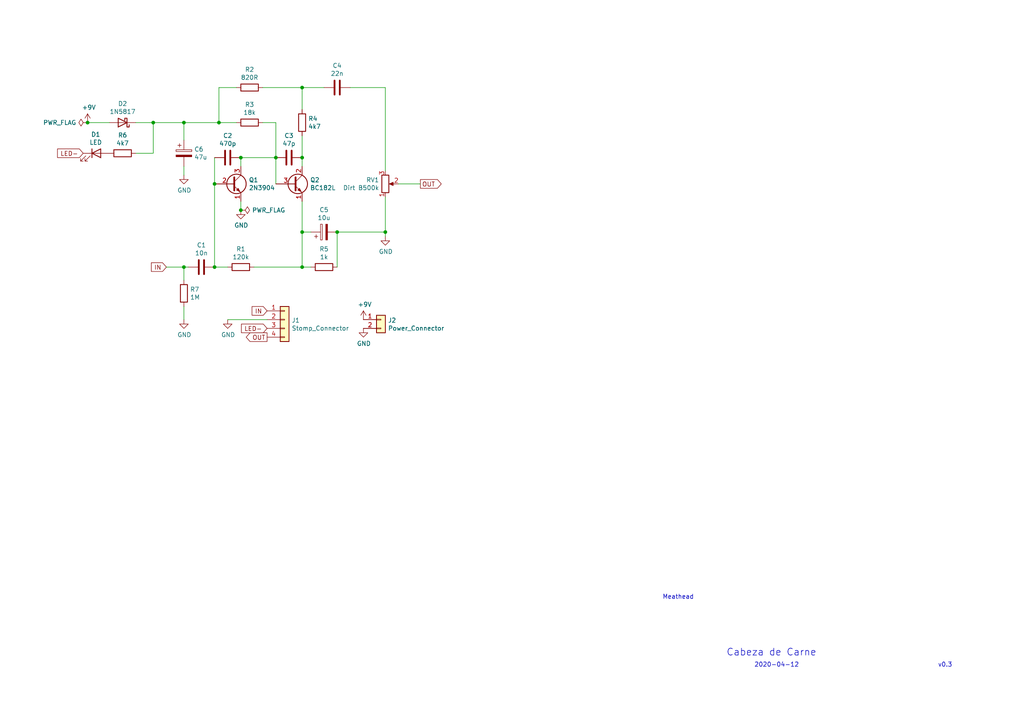
<source format=kicad_sch>
(kicad_sch (version 20211123) (generator eeschema)
  (paper "A4")
  (lib_symbols
    (symbol "Device:C" (pin_numbers hide) (pin_names (offset 0.254))
      (property "Reference" "C" (at 0.635 2.54 0))
      (property "Value" "C" (at 0.635 -2.54 0))
      (symbol "C_0_1"
        (polyline (pts (xy -2.032 -0.762) (xy 2.032 -0.762)) (stroke (width 0.508)))
        (polyline (pts (xy -2.032 0.762) (xy 2.032 0.762)) (stroke (width 0.508)))
      )
      (symbol "C_1_1"
        (pin passive line (at 0 3.81 270) (length 2.794) (name "~") (number "1"))
        (pin passive line (at 0 -3.81 90) (length 2.794) (name "~") (number "2"))
      )
    )
    (symbol "Device:CP" (pin_numbers hide) (pin_names (offset 0.254))
      (property "Reference" "C" (at 0.635 2.54 0))
      (property "Value" "Device_CP" (at 0.635 -2.54 0))
      (symbol "CP_0_1"
        (rectangle (start -2.286 0.508) (end 2.286 1.016))
        (polyline (pts (xy -1.778 2.286) (xy -0.762 2.286)))
        (polyline (pts (xy -1.27 2.794) (xy -1.27 1.778)))
        (rectangle (start 2.286 -0.508) (end -2.286 -1.016) (fill (type outline)))
      )
      (symbol "CP_1_1"
        (pin passive line (at 0 3.81 270) (length 2.794) (name "~") (number "1"))
        (pin passive line (at 0 -3.81 90) (length 2.794) (name "~") (number "2"))
      )
    )
    (symbol "Device:LED" (pin_numbers hide) (pin_names (offset 1.016) hide)
      (property "Reference" "D" (at 0 2.54 0))
      (property "Value" "LED" (at 0 -2.54 0))
      (symbol "LED_0_1"
        (polyline (pts (xy -1.27 -1.27) (xy -1.27 1.27)) (stroke (width 0.254)))
        (polyline (pts (xy -1.27 0) (xy 1.27 0)))
        (polyline (pts (xy 1.27 -1.27) (xy 1.27 1.27) (xy -1.27 0) (xy 1.27 -1.27)) (stroke (width 0.254)))
        (polyline (pts (xy -3.048 -0.762) (xy -4.572 -2.286) (xy -3.81 -2.286) (xy -4.572 -2.286) (xy -4.572 -1.524)))
        (polyline (pts (xy -1.778 -0.762) (xy -3.302 -2.286) (xy -2.54 -2.286) (xy -3.302 -2.286) (xy -3.302 -1.524)))
      )
      (symbol "LED_1_1"
        (pin passive line (at -3.81 0 0) (length 2.54) (name "K") (number "1"))
        (pin passive line (at 3.81 0 180) (length 2.54) (name "A") (number "2"))
      )
    )
    (symbol "Device:R" (pin_numbers hide) (pin_names (offset 0))
      (property "Reference" "R" (at 2.032 0 90))
      (property "Value" "R" (at 0 0 90))
      (symbol "R_0_1"
        (rectangle (start -1.016 -2.54) (end 1.016 2.54) (stroke (width 0.254)))
      )
      (symbol "R_1_1"
        (pin passive line (at 0 3.81 270) (length 1.27) (name "~") (number "1"))
        (pin passive line (at 0 -3.81 90) (length 1.27) (name "~") (number "2"))
      )
    )
    (symbol "Device:R_POT" (pin_names (offset 1.016) hide)
      (property "Reference" "RV" (at -4.445 0 90))
      (property "Value" "Device_R_POT" (at -2.54 0 90))
      (symbol "R_POT_0_1"
        (polyline (pts (xy 2.54 0) (xy 1.524 0)))
        (polyline (pts (xy 1.143 0) (xy 2.286 0.508) (xy 2.286 -0.508) (xy 1.143 0)) (fill (type outline)))
        (rectangle (start 1.016 2.54) (end -1.016 -2.54) (stroke (width 0.254)))
      )
      (symbol "R_POT_1_1"
        (pin passive line (at 0 3.81 270) (length 1.27) (name "1") (number "1"))
        (pin passive line (at 3.81 0 180) (length 1.27) (name "2") (number "2"))
        (pin passive line (at 0 -3.81 90) (length 1.27) (name "3") (number "3"))
      )
    )
    (symbol "Diode:1N5817" (pin_numbers hide) (pin_names (offset 1.016) hide)
      (property "Reference" "D" (at 0 2.54 0))
      (property "Value" "1N5817" (at 0 -2.54 0))
      (symbol "1N5817_0_1"
        (polyline (pts (xy 1.27 0) (xy -1.27 0)))
        (polyline (pts (xy 1.27 1.27) (xy 1.27 -1.27) (xy -1.27 0) (xy 1.27 1.27)) (stroke (width 0.254)))
        (polyline (pts (xy -1.905 0.635) (xy -1.905 1.27) (xy -1.27 1.27) (xy -1.27 -1.27) (xy -0.635 -1.27) (xy -0.635 -0.635)) (stroke (width 0.254)))
      )
      (symbol "1N5817_1_1"
        (pin passive line (at -3.81 0 0) (length 2.54) (name "K") (number "1"))
        (pin passive line (at 3.81 0 180) (length 2.54) (name "A") (number "2"))
      )
    )
    (symbol "Transistor_BJT:2N3904" (pin_names (offset 0) hide)
      (property "Reference" "Q" (at 5.08 1.905 0))
      (property "Value" "2N3904" (at 5.08 0 0))
      (symbol "2N3904_0_1"
        (polyline (pts (xy 0.635 0.635) (xy 2.54 2.54)))
        (polyline (pts (xy 0.635 -0.635) (xy 2.54 -2.54) (xy 2.54 -2.54)))
        (polyline (pts (xy 0.635 1.905) (xy 0.635 -1.905) (xy 0.635 -1.905)) (stroke (width 0.508)))
        (polyline (pts (xy 1.27 -1.778) (xy 1.778 -1.27) (xy 2.286 -2.286) (xy 1.27 -1.778) (xy 1.27 -1.778)) (fill (type outline)))
        (circle (center 1.27 0) (radius 2.8194) (stroke (width 0.254)))
      )
      (symbol "2N3904_1_1"
        (pin passive line (at 2.54 -5.08 90) (length 2.54) (name "E") (number "1"))
        (pin passive line (at -5.08 0 0) (length 5.715) (name "B") (number "2"))
        (pin passive line (at 2.54 5.08 270) (length 2.54) (name "C") (number "3"))
      )
    )
    (symbol "power:+9V" (power) (pin_names (offset 0))
      (property "Value" "+9V" (at 0 3.556 0))
      (symbol "+9V_0_1"
        (polyline (pts (xy -0.762 1.27) (xy 0 2.54)))
        (polyline (pts (xy 0 0) (xy 0 2.54)))
        (polyline (pts (xy 0 2.54) (xy 0.762 1.27)))
      )
      (symbol "+9V_1_1"
        (pin power_in line (at 0 0 90) (length 0) hide (name "+9V") (number "1"))
      )
    )
    (symbol "power:GND" (power) (pin_names (offset 0))
      (property "Value" "GND" (at 0 -3.81 0))
      (symbol "GND_0_1"
        (polyline (pts (xy 0 0) (xy 0 -1.27) (xy 1.27 -1.27) (xy 0 -2.54) (xy -1.27 -1.27) (xy 0 -1.27)))
      )
      (symbol "GND_1_1"
        (pin power_in line (at 0 0 270) (length 0) hide (name "GND") (number "1"))
      )
    )
    (symbol "power:PWR_FLAG" (power) (pin_numbers hide) (pin_names (offset 0) hide)
      (property "Value" "PWR_FLAG" (at 0 3.81 0))
      (symbol "PWR_FLAG_0_0"
        (pin power_out line (at 0 0 90) (length 0) (name "pwr") (number "1"))
      )
      (symbol "PWR_FLAG_0_1"
        (polyline (pts (xy 0 0) (xy 0 1.27) (xy -1.016 1.905) (xy 0 2.54) (xy 1.016 1.905) (xy 0 1.27)))
      )
    )
    (symbol "rockola_kicad_symbols:BC182L" (pin_names (offset 0) hide)
      (property "Reference" "Q" (at 5.08 1.905 0))
      (property "Value" "rockola_kicad_symbols_BC182L" (at 5.08 0 0))
      (symbol "BC182L_0_1"
        (polyline (pts (xy 0.635 0.635) (xy 2.54 2.54)))
        (polyline (pts (xy 0.635 -0.635) (xy 2.54 -2.54) (xy 2.54 -2.54)))
        (polyline (pts (xy 0.635 1.905) (xy 0.635 -1.905) (xy 0.635 -1.905)) (stroke (width 0.508)))
        (polyline (pts (xy 1.27 -1.778) (xy 1.778 -1.27) (xy 2.286 -2.286) (xy 1.27 -1.778) (xy 1.27 -1.778)) (fill (type outline)))
        (circle (center 1.27 0) (radius 2.8194) (stroke (width 0.254)))
      )
      (symbol "BC182L_1_1"
        (pin passive line (at 2.54 -5.08 90) (length 2.54) (name "E") (number "1"))
        (pin passive line (at 2.54 5.08 270) (length 2.54) (name "C") (number "2"))
        (pin input line (at -5.08 0 0) (length 5.715) (name "B") (number "3"))
      )
    )
    (symbol "rockola_kicad_symbols:Power_Connector" (pin_names (offset 1.016) hide)
      (property "Reference" "J" (at 0 2.54 0))
      (property "Value" "rockola_kicad_symbols_Power_Connector" (at 0 -5.08 0))
      (symbol "Power_Connector_1_1"
        (rectangle (start -1.27 -2.413) (end 0 -2.667) (stroke (width 0.1524)))
        (rectangle (start -1.27 0.127) (end 0 -0.127) (stroke (width 0.1524)))
        (rectangle (start -1.27 1.27) (end 1.27 -3.81) (stroke (width 0.254)) (fill (type background)))
        (pin passive line (at -5.08 0 0) (length 3.81) (name "PWR") (number "1"))
        (pin passive line (at -5.08 -2.54 0) (length 3.81) (name "GND") (number "2"))
      )
    )
    (symbol "rockola_kicad_symbols:Stomp_Connector" (pin_names (offset 1.016) hide)
      (property "Reference" "J" (at 0 5.08 0))
      (property "Value" "rockola_kicad_symbols_Stomp_Connector" (at 0 -7.62 0))
      (symbol "Stomp_Connector_1_1"
        (rectangle (start -1.27 -4.953) (end 0 -5.207) (stroke (width 0.1524)))
        (rectangle (start -1.27 -2.413) (end 0 -2.667) (stroke (width 0.1524)))
        (rectangle (start -1.27 0.127) (end 0 -0.127) (stroke (width 0.1524)))
        (rectangle (start -1.27 2.667) (end 0 2.413) (stroke (width 0.1524)))
        (rectangle (start -1.27 3.81) (end 1.27 -6.35) (stroke (width 0.254)) (fill (type background)))
        (pin passive line (at -5.08 2.54 0) (length 3.81) (name "IN") (number "1"))
        (pin passive line (at -5.08 0 0) (length 3.81) (name "GND") (number "2"))
        (pin passive line (at -5.08 -2.54 0) (length 3.81) (name "SW") (number "3"))
        (pin passive line (at -5.08 -5.08 0) (length 3.81) (name "OUT") (number "4"))
      )
    )
  )
  (junction (at 69.85 60.96))
  (junction (at 80.01 45.72))
  (junction (at 87.63 67.31))
  (junction (at 87.63 77.47))
  (junction (at 62.23 77.47))
  (junction (at 53.34 35.56))
  (junction (at 62.23 53.34))
  (junction (at 25.4 35.56))
  (junction (at 111.76 67.31))
  (junction (at 87.63 45.72))
  (junction (at 97.79 67.31))
  (junction (at 53.34 77.47))
  (junction (at 87.63 25.4))
  (junction (at 63.5 35.56))
  (junction (at 69.85 45.72))
  (junction (at 44.45 35.56))
  (wire (pts (xy 80.01 45.72) (xy 80.01 53.34)))
  (wire (pts (xy 39.37 44.45) (xy 44.45 44.45)))
  (wire (pts (xy 115.57 53.34) (xy 121.92 53.34)))
  (wire (pts (xy 53.34 48.26) (xy 53.34 50.8)))
  (wire (pts (xy 25.4 35.56) (xy 31.75 35.56)))
  (wire (pts (xy 111.76 67.31) (xy 111.76 57.15)))
  (wire (pts (xy 68.58 25.4) (xy 63.5 25.4)))
  (wire (pts (xy 97.79 67.31) (xy 97.79 77.47)))
  (wire (pts (xy 48.26 77.47) (xy 53.34 77.47)))
  (wire (pts (xy 87.63 45.72) (xy 87.63 48.26)))
  (wire (pts (xy 87.63 77.47) (xy 87.63 67.31)))
  (wire (pts (xy 87.63 25.4) (xy 87.63 31.75)))
  (wire (pts (xy 66.04 92.71) (xy 77.47 92.71)))
  (wire (pts (xy 62.23 77.47) (xy 66.04 77.47)))
  (wire (pts (xy 111.76 25.4) (xy 101.6 25.4)))
  (wire (pts (xy 69.85 58.42) (xy 69.85 60.96)))
  (wire (pts (xy 53.34 77.47) (xy 54.61 77.47)))
  (wire (pts (xy 80.01 35.56) (xy 80.01 45.72)))
  (wire (pts (xy 76.2 35.56) (xy 80.01 35.56)))
  (wire (pts (xy 111.76 49.53) (xy 111.76 25.4)))
  (wire (pts (xy 87.63 67.31) (xy 87.63 58.42)))
  (wire (pts (xy 53.34 77.47) (xy 53.34 81.28)))
  (wire (pts (xy 53.34 35.56) (xy 63.5 35.56)))
  (wire (pts (xy 53.34 88.9) (xy 53.34 92.71)))
  (wire (pts (xy 53.34 35.56) (xy 53.34 40.64)))
  (wire (pts (xy 39.37 35.56) (xy 44.45 35.56)))
  (wire (pts (xy 44.45 35.56) (xy 53.34 35.56)))
  (wire (pts (xy 44.45 44.45) (xy 44.45 35.56)))
  (wire (pts (xy 63.5 35.56) (xy 68.58 35.56)))
  (wire (pts (xy 69.85 45.72) (xy 69.85 48.26)))
  (wire (pts (xy 87.63 39.37) (xy 87.63 45.72)))
  (wire (pts (xy 62.23 45.72) (xy 62.23 53.34)))
  (wire (pts (xy 111.76 67.31) (xy 111.76 68.58)))
  (wire (pts (xy 63.5 25.4) (xy 63.5 35.56)))
  (wire (pts (xy 76.2 25.4) (xy 87.63 25.4)))
  (wire (pts (xy 87.63 67.31) (xy 90.17 67.31)))
  (wire (pts (xy 73.66 77.47) (xy 87.63 77.47)))
  (wire (pts (xy 62.23 53.34) (xy 62.23 77.47)))
  (wire (pts (xy 97.79 67.31) (xy 111.76 67.31)))
  (wire (pts (xy 90.17 77.47) (xy 87.63 77.47)))
  (wire (pts (xy 69.85 45.72) (xy 80.01 45.72)))
  (wire (pts (xy 87.63 25.4) (xy 93.98 25.4)))
  (text "v0.3" (at 276.225 193.675 180) (effects (font (size 1.27 1.27)) (justify right bottom)))
  (text "2020-04-12" (at 231.775 193.675 180) (effects (font (size 1.27 1.27)) (justify right bottom)))
  (text "Cabeza de Carne" (at 236.855 190.5 180) (effects (font (size 2.0066 2.0066)) (justify right bottom)))
  (text "Meathead" (at 201.295 173.99 180) (effects (font (size 1.27 1.27)) (justify right bottom)))
  (global_label "LED-" (shape input) (at 24.13 44.45 180) (property "Intersheet References" "${INTERSHEET_REFS}" (effects hide)))
  (global_label "IN" (shape input) (at 48.26 77.47 180) (property "Intersheet References" "${INTERSHEET_REFS}" (effects hide)))
  (global_label "OUT" (shape output) (at 77.47 97.79 180) (property "Intersheet References" "${INTERSHEET_REFS}" (effects hide)))
  (global_label "IN" (shape input) (at 77.47 90.17 180) (property "Intersheet References" "${INTERSHEET_REFS}" (effects hide)))
  (global_label "OUT" (shape output) (at 121.92 53.34 0) (property "Intersheet References" "${INTERSHEET_REFS}" (effects hide)))
  (global_label "LED-" (shape input) (at 77.47 95.25 180) (property "Intersheet References" "${INTERSHEET_REFS}" (effects hide)))
  (symbol (lib_id "Transistor_BJT:2N3904") (at 67.31 53.34 0) (unit 1)
    (property "Reference" "Q1" (at 72.1614 52.197 0) (effects (justify left)))
    (property "Value" "2N3904" (at 72.1614 54.483 0) (effects (justify left)))
    (property "Footprint" "rockola_kicad_footprints:TO92_EBC" (effects hide))
    (property "Datasheet" "https://www.fairchildsemi.com/datasheets/2N/2N3904.pdf" (effects hide))
  )
  (symbol (lib_id "rockola_kicad_symbols:BC182L") (at 85.09 53.34 0) (unit 1)
    (property "Reference" "Q2" (at 89.9414 52.197 0) (effects (justify left)))
    (property "Value" "BC182L" (at 89.9414 54.483 0) (effects (justify left)))
    (property "Footprint" "rockola_kicad_footprints:TO92_ECBE" (effects hide))
    (property "Datasheet" "http://www.b-kainka.de/Daten/Transistor/BC108.pdf" (effects hide))
  )
  (symbol (lib_id "power:GND") (at 69.85 60.96 0) (unit 1)
    (property "Reference" "#PWR02" (effects hide))
    (property "Value" "GND" (at 69.977 65.3542 0))
  )
  (symbol (lib_id "Device:C") (at 66.04 45.72 90) (unit 1)
    (property "Reference" "C2" (at 66.04 39.3446 90))
    (property "Value" "470p" (at 66.04 41.656 90))
    (property "Footprint" "Capacitor_THT:C_Disc_D5.0mm_W2.5mm_P5.00mm" (effects hide))
  )
  (symbol (lib_id "Device:C") (at 83.82 45.72 90) (unit 1)
    (property "Reference" "C3" (at 83.82 39.3446 90))
    (property "Value" "47p" (at 83.82 41.656 90))
    (property "Footprint" "Capacitor_THT:C_Disc_D5.0mm_W2.5mm_P5.00mm" (effects hide))
  )
  (symbol (lib_id "Device:C") (at 58.42 77.47 90) (unit 1)
    (property "Reference" "C1" (at 58.42 71.0946 90))
    (property "Value" "10n" (at 58.42 73.406 90))
    (property "Footprint" "Capacitor_THT:C_Rect_L7.0mm_W2.5mm_P5.00mm" (effects hide))
  )
  (symbol (lib_id "Device:R") (at 72.39 35.56 90) (unit 1)
    (property "Reference" "R3" (at 72.39 30.3276 90))
    (property "Value" "18k" (at 72.39 32.639 90))
    (property "Footprint" "Resistor_THT:R_Axial_DIN0207_L6.3mm_D2.5mm_P7.62mm_Horizontal" (effects hide))
  )
  (symbol (lib_id "power:+9V") (at 25.4 35.56 0) (unit 1)
    (property "Reference" "#PWR01" (effects hide))
    (property "Value" "+9V" (at 25.781 31.1658 0))
  )
  (symbol (lib_id "power:PWR_FLAG") (at 25.4 35.56 90) (unit 1)
    (property "Reference" "#FLG01" (effects hide))
    (property "Value" "PWR_FLAG" (at 22.1488 35.56 90) (effects (justify left)))
  )
  (symbol (lib_id "power:PWR_FLAG") (at 69.85 60.96 270) (unit 1)
    (property "Reference" "#FLG02" (effects hide))
    (property "Value" "PWR_FLAG" (at 73.1012 60.96 90) (effects (justify left)))
  )
  (symbol (lib_id "Device:R") (at 72.39 25.4 90) (unit 1)
    (property "Reference" "R2" (at 72.39 20.1676 90))
    (property "Value" "820R" (at 72.39 22.479 90))
    (property "Footprint" "Resistor_THT:R_Axial_DIN0207_L6.3mm_D2.5mm_P7.62mm_Horizontal" (effects hide))
  )
  (symbol (lib_id "Device:R") (at 87.63 35.56 0) (unit 1)
    (property "Reference" "R4" (at 89.408 34.417 0) (effects (justify left)))
    (property "Value" "4k7" (at 89.408 36.703 0) (effects (justify left)))
    (property "Footprint" "Resistor_THT:R_Axial_DIN0207_L6.3mm_D2.5mm_P7.62mm_Horizontal" (effects hide))
  )
  (symbol (lib_id "Device:C") (at 97.79 25.4 90) (unit 1)
    (property "Reference" "C4" (at 97.79 19.0246 90))
    (property "Value" "22n" (at 97.79 21.336 90))
    (property "Footprint" "Capacitor_THT:C_Rect_L7.0mm_W2.5mm_P5.00mm" (effects hide))
  )
  (symbol (lib_id "Device:CP") (at 93.98 67.31 90) (unit 1)
    (property "Reference" "C5" (at 93.98 60.8584 90))
    (property "Value" "10u" (at 93.98 63.1698 90))
    (property "Footprint" "Capacitor_THT:CP_Radial_D5.0mm_P2.50mm" (effects hide))
  )
  (symbol (lib_id "Device:R") (at 93.98 77.47 90) (unit 1)
    (property "Reference" "R5" (at 93.98 72.2376 90))
    (property "Value" "1k" (at 93.98 74.549 90))
    (property "Footprint" "Resistor_THT:R_Axial_DIN0207_L6.3mm_D2.5mm_P7.62mm_Horizontal" (effects hide))
  )
  (symbol (lib_id "Device:R_POT") (at 111.76 53.34 0) (mirror x) (unit 1)
    (property "Reference" "RV1" (at 109.982 52.197 0) (effects (justify right)))
    (property "Value" "Dirt B500k" (at 109.982 54.483 0) (effects (justify right)))
    (property "Footprint" "rockola_kicad_footprints:16mm_BoardMount" (effects hide))
  )
  (symbol (lib_id "power:GND") (at 111.76 68.58 0) (unit 1)
    (property "Reference" "#PWR03" (effects hide))
    (property "Value" "GND" (at 111.887 72.9742 0))
  )
  (symbol (lib_id "Device:LED") (at 27.94 44.45 0) (unit 1)
    (property "Reference" "D1" (at 27.7622 38.989 0))
    (property "Value" "LED" (at 27.7622 41.3004 0))
    (property "Footprint" "LED_THT:LED_D3.0mm" (effects hide))
  )
  (symbol (lib_id "Device:R") (at 35.56 44.45 90) (unit 1)
    (property "Reference" "R6" (at 35.56 39.2176 90))
    (property "Value" "4k7" (at 35.56 41.529 90))
    (property "Footprint" "Resistor_THT:R_Axial_DIN0207_L6.3mm_D2.5mm_P7.62mm_Horizontal" (effects hide))
  )
  (symbol (lib_id "Device:R") (at 69.85 77.47 90) (unit 1)
    (property "Reference" "R1" (at 69.85 72.2376 90))
    (property "Value" "120k" (at 69.85 74.549 90))
    (property "Footprint" "Resistor_THT:R_Axial_DIN0207_L6.3mm_D2.5mm_P7.62mm_Horizontal" (effects hide))
  )
  (symbol (lib_id "rockola_kicad_symbols:Power_Connector") (at 110.49 92.71 0) (unit 1)
    (property "Reference" "J2" (at 112.522 92.9132 0) (effects (justify left)))
    (property "Value" "Power_Connector" (at 112.522 95.2246 0) (effects (justify left)))
    (property "Footprint" "rockola_kicad_footprints:Power_Header_2pin_TOP" (effects hide))
  )
  (symbol (lib_id "power:+9V") (at 105.41 92.71 0) (unit 1)
    (property "Reference" "#PWR06" (effects hide))
    (property "Value" "+9V" (at 105.791 88.3158 0))
  )
  (symbol (lib_id "power:GND") (at 105.41 95.25 0) (unit 1)
    (property "Reference" "#PWR07" (effects hide))
    (property "Value" "GND" (at 105.537 99.6442 0))
  )
  (symbol (lib_id "rockola_kicad_symbols:Stomp_Connector") (at 82.55 92.71 0) (unit 1)
    (property "Reference" "J1" (at 84.582 92.9132 0) (effects (justify left)))
    (property "Value" "Stomp_Connector" (at 84.582 95.2246 0) (effects (justify left)))
    (property "Footprint" "rockola_kicad_footprints:Stomp_4pin" (effects hide))
  )
  (symbol (lib_id "power:GND") (at 66.04 92.71 0) (unit 1)
    (property "Reference" "#PWR05" (effects hide))
    (property "Value" "GND" (at 66.167 97.1042 0))
  )
  (symbol (lib_id "Device:R") (at 53.34 85.09 0) (unit 1)
    (property "Reference" "R7" (at 55.118 83.947 0) (effects (justify left)))
    (property "Value" "1M" (at 55.118 86.233 0) (effects (justify left)))
    (property "Footprint" "Resistor_THT:R_Axial_DIN0207_L6.3mm_D2.5mm_P7.62mm_Horizontal" (effects hide))
  )
  (symbol (lib_id "power:GND") (at 53.34 92.71 0) (unit 1)
    (property "Reference" "#PWR04" (effects hide))
    (property "Value" "GND" (at 53.467 97.1042 0))
  )
  (symbol (lib_id "Diode:1N5817") (at 35.56 35.56 180) (unit 1)
    (property "Reference" "D2" (at 35.56 30.0736 0))
    (property "Value" "1N5817" (at 35.56 32.385 0))
    (property "Footprint" "diodes:DO41-3" (effects hide))
    (property "Datasheet" "http://www.vishay.com/docs/88525/1n5817.pdf" (effects hide))
  )
  (symbol (lib_id "Device:CP") (at 53.34 44.45 0) (unit 1)
    (property "Reference" "C6" (at 56.3372 43.307 0) (effects (justify left)))
    (property "Value" "47u" (at 56.3372 45.593 0) (effects (justify left)))
    (property "Footprint" "Capacitor_THT:CP_Radial_D5.0mm_P2.50mm" (effects hide))
  )
  (symbol (lib_id "power:GND") (at 53.34 50.8 0) (unit 1)
    (property "Reference" "#PWR08" (effects hide))
    (property "Value" "GND" (at 53.467 55.1942 0))
  )
)
</source>
